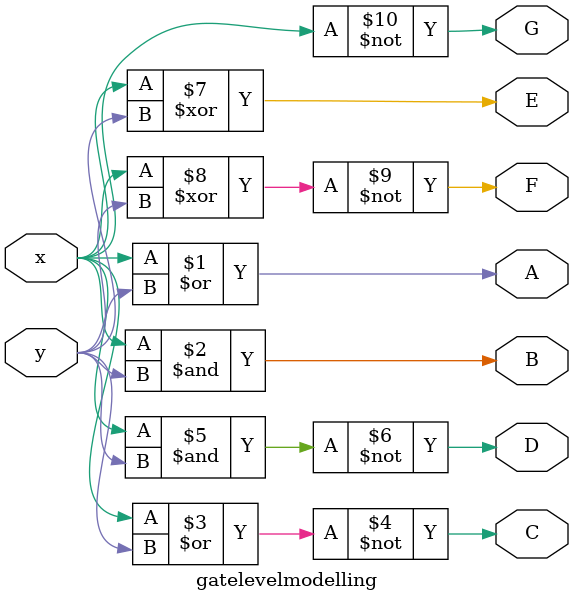
<source format=v>
module gatelevelmodelling(x,y,A,B,C,D,E,F,G);
input x,y;
output A,B,C,D,E,F,G;
or ol(A,x,y);
and al(B,x,y);
nor nol(C,x,y);
nand nal(D,x,y);
xor xl(E,x,y);
xnor nxl(F,x,y);
not nl(G,x);
endmodule

</source>
